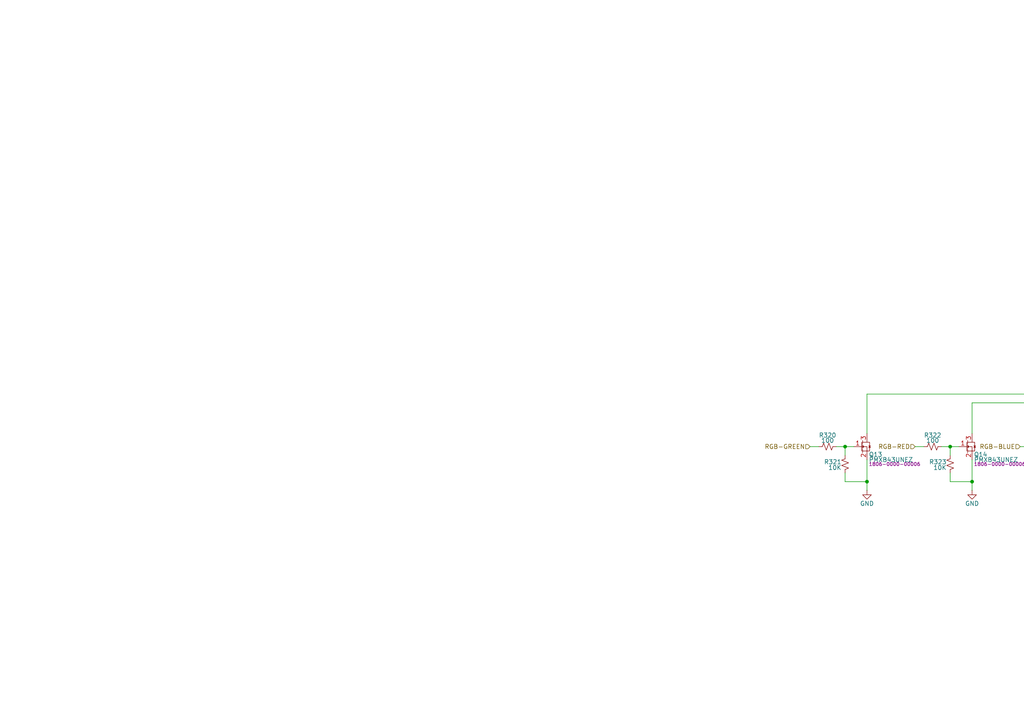
<source format=kicad_sch>
(kicad_sch
	(version 20250114)
	(generator "eeschema")
	(generator_version "9.0")
	(uuid "d7d31d92-9e18-41c2-a02e-017c1159420a")
	(paper "A4")
	(lib_symbols
		(symbol "DX_Connector_JST:B4B-XH-A"
			(pin_names
				(offset 1.016)
				(hide yes)
			)
			(exclude_from_sim no)
			(in_bom yes)
			(on_board yes)
			(property "Reference" "J"
				(at 1.778 3.048 0)
				(effects
					(font
						(size 1.27 1.27)
					)
					(justify left)
				)
			)
			(property "Value" "B4B-XH-AM"
				(at 1.778 1.27 0)
				(effects
					(font
						(size 1.27 1.27)
					)
					(justify left)
				)
			)
			(property "Footprint" "Connector_JST:JST_XH_B4B-XH-A_1x04_P2.50mm_Vertical"
				(at 0 10.414 0)
				(effects
					(font
						(size 1.27 1.27)
					)
					(hide yes)
				)
			)
			(property "Datasheet" "${DATASHEETS}/eXH.pdf"
				(at -0.254 12.954 0)
				(effects
					(font
						(size 1.27 1.27)
					)
					(hide yes)
				)
			)
			(property "Description" "CONN HEADER VERT 4POS 2.5MM"
				(at -0.762 8.636 0)
				(effects
					(font
						(size 1.27 1.27)
					)
					(hide yes)
				)
			)
			(property "PartNumber" "0311-0000-00017"
				(at 1.778 -0.254 0)
				(effects
					(font
						(size 1 1)
					)
					(justify left)
				)
			)
			(property "ki_keywords" "connector jst xh 4pin"
				(at 0 0 0)
				(effects
					(font
						(size 1.27 1.27)
					)
					(hide yes)
				)
			)
			(property "ki_fp_filters" "Connector*:*_1x??_*"
				(at 0 0 0)
				(effects
					(font
						(size 1.27 1.27)
					)
					(hide yes)
				)
			)
			(symbol "B4B-XH-A_1_1"
				(rectangle
					(start -1.27 3.81)
					(end 1.27 -6.35)
					(stroke
						(width 0.254)
						(type default)
					)
					(fill
						(type background)
					)
				)
				(rectangle
					(start -1.27 2.667)
					(end 0 2.413)
					(stroke
						(width 0.1524)
						(type default)
					)
					(fill
						(type none)
					)
				)
				(rectangle
					(start -1.27 0.127)
					(end 0 -0.127)
					(stroke
						(width 0.1524)
						(type default)
					)
					(fill
						(type none)
					)
				)
				(rectangle
					(start -1.27 -2.413)
					(end 0 -2.667)
					(stroke
						(width 0.1524)
						(type default)
					)
					(fill
						(type none)
					)
				)
				(rectangle
					(start -1.27 -4.953)
					(end 0 -5.207)
					(stroke
						(width 0.1524)
						(type default)
					)
					(fill
						(type none)
					)
				)
				(pin passive line
					(at -5.08 2.54 0)
					(length 3.81)
					(name "Pin_1"
						(effects
							(font
								(size 1.27 1.27)
							)
						)
					)
					(number "1"
						(effects
							(font
								(size 1.27 1.27)
							)
						)
					)
				)
				(pin passive line
					(at -5.08 0 0)
					(length 3.81)
					(name "Pin_2"
						(effects
							(font
								(size 1.27 1.27)
							)
						)
					)
					(number "2"
						(effects
							(font
								(size 1.27 1.27)
							)
						)
					)
				)
				(pin passive line
					(at -5.08 -2.54 0)
					(length 3.81)
					(name "Pin_3"
						(effects
							(font
								(size 1.27 1.27)
							)
						)
					)
					(number "3"
						(effects
							(font
								(size 1.27 1.27)
							)
						)
					)
				)
				(pin passive line
					(at -5.08 -5.08 0)
					(length 3.81)
					(name "Pin_4"
						(effects
							(font
								(size 1.27 1.27)
							)
						)
					)
					(number "4"
						(effects
							(font
								(size 1.27 1.27)
							)
						)
					)
				)
			)
			(embedded_fonts no)
		)
		(symbol "DX_Resistor:RC0402JR-07100RL"
			(pin_numbers
				(hide yes)
			)
			(pin_names
				(offset 0.254)
				(hide yes)
			)
			(exclude_from_sim no)
			(in_bom yes)
			(on_board yes)
			(property "Reference" "R"
				(at 1.016 0.635 0)
				(effects
					(font
						(size 1.27 1.27)
					)
					(justify left)
				)
			)
			(property "Value" "100"
				(at 1.016 -1.016 0)
				(effects
					(font
						(size 1.27 1.27)
					)
					(justify left)
				)
			)
			(property "Footprint" "Daxxn_Standard_Resistors:RES_0402"
				(at 0 5.334 0)
				(effects
					(font
						(size 1.27 1.27)
					)
					(hide yes)
				)
			)
			(property "Datasheet" "${DATASHEETS}/RC-Series.pdf"
				(at 0 6.35 0)
				(effects
					(font
						(size 1.27 1.27)
					)
					(hide yes)
				)
			)
			(property "Description" "RES 100 OHM 5% 1/16W 0402"
				(at 0 3.81 0)
				(effects
					(font
						(size 1.27 1.27)
					)
					(hide yes)
				)
			)
			(property "PartNumber" "0204-0000-00011"
				(at 0 7.874 0)
				(effects
					(font
						(size 1.27 1.27)
					)
					(hide yes)
				)
			)
			(property "ki_keywords" "r resistor daxxn"
				(at 0 0 0)
				(effects
					(font
						(size 1.27 1.27)
					)
					(hide yes)
				)
			)
			(property "ki_fp_filters" "R_*"
				(at 0 0 0)
				(effects
					(font
						(size 1.27 1.27)
					)
					(hide yes)
				)
			)
			(symbol "RC0402JR-07100RL_1_1"
				(polyline
					(pts
						(xy 0 1.524) (xy 1.016 1.143) (xy 0 0.762) (xy -1.016 0.381) (xy 0 0)
					)
					(stroke
						(width 0)
						(type default)
					)
					(fill
						(type none)
					)
				)
				(polyline
					(pts
						(xy 0 0) (xy 1.016 -0.381) (xy 0 -0.762) (xy -1.016 -1.143) (xy 0 -1.524)
					)
					(stroke
						(width 0)
						(type default)
					)
					(fill
						(type none)
					)
				)
				(pin passive line
					(at 0 2.54 270)
					(length 1.016)
					(name "~"
						(effects
							(font
								(size 1.27 1.27)
							)
						)
					)
					(number "1"
						(effects
							(font
								(size 1.27 1.27)
							)
						)
					)
				)
				(pin passive line
					(at 0 -2.54 90)
					(length 1.016)
					(name "~"
						(effects
							(font
								(size 1.27 1.27)
							)
						)
					)
					(number "2"
						(effects
							(font
								(size 1.27 1.27)
							)
						)
					)
				)
			)
			(embedded_fonts no)
		)
		(symbol "DX_Resistor:RC0402JR-0710KL"
			(pin_numbers
				(hide yes)
			)
			(pin_names
				(offset 0.254)
				(hide yes)
			)
			(exclude_from_sim no)
			(in_bom yes)
			(on_board yes)
			(property "Reference" "R"
				(at 1.016 0.635 0)
				(effects
					(font
						(size 1.27 1.27)
					)
					(justify left)
				)
			)
			(property "Value" "10K"
				(at 1.016 -1.016 0)
				(effects
					(font
						(size 1.27 1.27)
					)
					(justify left)
				)
			)
			(property "Footprint" "Daxxn_Standard_Resistors:RES_0402"
				(at 0 5.334 0)
				(effects
					(font
						(size 1.27 1.27)
					)
					(hide yes)
				)
			)
			(property "Datasheet" "${DATASHEETS}/RC-Series.pdf"
				(at 0 6.35 0)
				(effects
					(font
						(size 1.27 1.27)
					)
					(hide yes)
				)
			)
			(property "Description" "RES 10K OHM 5% 1/16W 0402"
				(at 0 3.81 0)
				(effects
					(font
						(size 1.27 1.27)
					)
					(hide yes)
				)
			)
			(property "PartNumber" "0204-0000-00016"
				(at 0 8.128 0)
				(effects
					(font
						(size 1.27 1.27)
					)
					(hide yes)
				)
			)
			(property "ki_keywords" "r resistor daxxn"
				(at 0 0 0)
				(effects
					(font
						(size 1.27 1.27)
					)
					(hide yes)
				)
			)
			(property "ki_fp_filters" "R_*"
				(at 0 0 0)
				(effects
					(font
						(size 1.27 1.27)
					)
					(hide yes)
				)
			)
			(symbol "RC0402JR-0710KL_1_1"
				(polyline
					(pts
						(xy 0 1.524) (xy 1.016 1.143) (xy 0 0.762) (xy -1.016 0.381) (xy 0 0)
					)
					(stroke
						(width 0)
						(type default)
					)
					(fill
						(type none)
					)
				)
				(polyline
					(pts
						(xy 0 0) (xy 1.016 -0.381) (xy 0 -0.762) (xy -1.016 -1.143) (xy 0 -1.524)
					)
					(stroke
						(width 0)
						(type default)
					)
					(fill
						(type none)
					)
				)
				(pin passive line
					(at 0 2.54 270)
					(length 1.016)
					(name "~"
						(effects
							(font
								(size 1.27 1.27)
							)
						)
					)
					(number "1"
						(effects
							(font
								(size 1.27 1.27)
							)
						)
					)
				)
				(pin passive line
					(at 0 -2.54 90)
					(length 1.016)
					(name "~"
						(effects
							(font
								(size 1.27 1.27)
							)
						)
					)
					(number "2"
						(effects
							(font
								(size 1.27 1.27)
							)
						)
					)
				)
			)
			(embedded_fonts no)
		)
		(symbol "DX_Transistor_MOSFET:PMXB43UNEZ"
			(exclude_from_sim no)
			(in_bom yes)
			(on_board yes)
			(property "Reference" "Q"
				(at 2.794 1.778 0)
				(effects
					(font
						(size 1.27 1.27)
					)
					(justify left)
				)
			)
			(property "Value" "PMXB43UNEZ"
				(at 2.794 0 0)
				(effects
					(font
						(size 1.27 1.27)
					)
					(justify left)
				)
			)
			(property "Footprint" "Daxxn_Packages:DFN1010D-3"
				(at 1.27 8.382 0)
				(effects
					(font
						(size 1.27 1.27)
					)
					(hide yes)
				)
			)
			(property "Datasheet" "%LOCAL_DATASHEETS%/PMXB43UNE.pdf"
				(at 1.27 5.842 0)
				(effects
					(font
						(size 1.27 1.27)
					)
					(hide yes)
				)
			)
			(property "Description" "N-Channel 20 V 3.2A (Ta) 400mW (Ta), 8.33W (Tc) Surface Mount DFN1010D-3"
				(at 0 7.112 0)
				(effects
					(font
						(size 1.27 1.27)
					)
					(hide yes)
				)
			)
			(property "PartNumber" "1806-0000-00006"
				(at 2.794 -1.524 0)
				(effects
					(font
						(size 1 1)
					)
					(justify left)
				)
			)
			(property "ki_keywords" "n-ch mosfet fet"
				(at 0 0 0)
				(effects
					(font
						(size 1.27 1.27)
					)
					(hide yes)
				)
			)
			(symbol "PMXB43UNEZ_0_0"
				(pin input line
					(at -2.54 0 0)
					(length 2.25)
					(name "G"
						(effects
							(font
								(size 0 0)
							)
						)
					)
					(number "1"
						(effects
							(font
								(size 1.27 1.27)
							)
						)
					)
				)
				(pin bidirectional line
					(at 1.27 3.81 270)
					(length 2.54)
					(name "D"
						(effects
							(font
								(size 0 0)
							)
						)
					)
					(number "3"
						(effects
							(font
								(size 1.27 1.27)
							)
						)
					)
				)
				(pin bidirectional line
					(at 1.27 -3.81 90)
					(length 2.54)
					(name "S"
						(effects
							(font
								(size 0 0)
							)
						)
					)
					(number "2"
						(effects
							(font
								(size 1.27 1.27)
							)
						)
					)
				)
			)
			(symbol "PMXB43UNEZ_0_1"
				(polyline
					(pts
						(xy -0.254 -1.27) (xy -0.254 1.27)
					)
					(stroke
						(width 0)
						(type default)
					)
					(fill
						(type none)
					)
				)
				(polyline
					(pts
						(xy 0 1.778) (xy 0 0.762)
					)
					(stroke
						(width 0)
						(type default)
					)
					(fill
						(type none)
					)
				)
				(polyline
					(pts
						(xy 0 1.27) (xy 1.27 1.27) (xy 1.27 1.27)
					)
					(stroke
						(width 0)
						(type default)
					)
					(fill
						(type none)
					)
				)
				(polyline
					(pts
						(xy 0 0) (xy 0.254 0.254) (xy 0.254 -0.254) (xy 0 0)
					)
					(stroke
						(width 0)
						(type default)
					)
					(fill
						(type none)
					)
				)
				(polyline
					(pts
						(xy 0 -0.508) (xy 0 0.508)
					)
					(stroke
						(width 0)
						(type default)
					)
					(fill
						(type none)
					)
				)
				(polyline
					(pts
						(xy 0 -1.27) (xy 1.27 -1.27) (xy 1.27 -1.27)
					)
					(stroke
						(width 0)
						(type default)
					)
					(fill
						(type none)
					)
				)
				(polyline
					(pts
						(xy 0 -1.778) (xy 0 -0.762)
					)
					(stroke
						(width 0)
						(type default)
					)
					(fill
						(type none)
					)
				)
				(polyline
					(pts
						(xy 1.27 -1.27) (xy 1.27 0) (xy 0 0)
					)
					(stroke
						(width 0)
						(type default)
					)
					(fill
						(type none)
					)
				)
				(polyline
					(pts
						(xy 1.27 -1.27) (xy 2.032 -1.27) (xy 2.032 1.27) (xy 1.27 1.27)
					)
					(stroke
						(width 0)
						(type default)
					)
					(fill
						(type none)
					)
				)
				(polyline
					(pts
						(xy 1.778 0.254) (xy 2.286 0.254)
					)
					(stroke
						(width 0)
						(type default)
					)
					(fill
						(type none)
					)
				)
				(polyline
					(pts
						(xy 2.032 0.254) (xy 1.778 -0.254) (xy 2.286 -0.254) (xy 2.032 0.254)
					)
					(stroke
						(width 0)
						(type default)
					)
					(fill
						(type outline)
					)
				)
			)
			(embedded_fonts no)
		)
		(symbol "power:+12V"
			(power)
			(pin_numbers
				(hide yes)
			)
			(pin_names
				(offset 0)
				(hide yes)
			)
			(exclude_from_sim no)
			(in_bom yes)
			(on_board yes)
			(property "Reference" "#PWR"
				(at 0 -3.81 0)
				(effects
					(font
						(size 1.27 1.27)
					)
					(hide yes)
				)
			)
			(property "Value" "+12V"
				(at 0 3.556 0)
				(effects
					(font
						(size 1.27 1.27)
					)
				)
			)
			(property "Footprint" ""
				(at 0 0 0)
				(effects
					(font
						(size 1.27 1.27)
					)
					(hide yes)
				)
			)
			(property "Datasheet" ""
				(at 0 0 0)
				(effects
					(font
						(size 1.27 1.27)
					)
					(hide yes)
				)
			)
			(property "Description" "Power symbol creates a global label with name \"+12V\""
				(at 0 0 0)
				(effects
					(font
						(size 1.27 1.27)
					)
					(hide yes)
				)
			)
			(property "ki_keywords" "global power"
				(at 0 0 0)
				(effects
					(font
						(size 1.27 1.27)
					)
					(hide yes)
				)
			)
			(symbol "+12V_0_1"
				(polyline
					(pts
						(xy -0.762 1.27) (xy 0 2.54)
					)
					(stroke
						(width 0)
						(type default)
					)
					(fill
						(type none)
					)
				)
				(polyline
					(pts
						(xy 0 2.54) (xy 0.762 1.27)
					)
					(stroke
						(width 0)
						(type default)
					)
					(fill
						(type none)
					)
				)
				(polyline
					(pts
						(xy 0 0) (xy 0 2.54)
					)
					(stroke
						(width 0)
						(type default)
					)
					(fill
						(type none)
					)
				)
			)
			(symbol "+12V_1_1"
				(pin power_in line
					(at 0 0 90)
					(length 0)
					(name "~"
						(effects
							(font
								(size 1.27 1.27)
							)
						)
					)
					(number "1"
						(effects
							(font
								(size 1.27 1.27)
							)
						)
					)
				)
			)
			(embedded_fonts no)
		)
		(symbol "power:GND"
			(power)
			(pin_numbers
				(hide yes)
			)
			(pin_names
				(offset 0)
				(hide yes)
			)
			(exclude_from_sim no)
			(in_bom yes)
			(on_board yes)
			(property "Reference" "#PWR"
				(at 0 -6.35 0)
				(effects
					(font
						(size 1.27 1.27)
					)
					(hide yes)
				)
			)
			(property "Value" "GND"
				(at 0 -3.81 0)
				(effects
					(font
						(size 1.27 1.27)
					)
				)
			)
			(property "Footprint" ""
				(at 0 0 0)
				(effects
					(font
						(size 1.27 1.27)
					)
					(hide yes)
				)
			)
			(property "Datasheet" ""
				(at 0 0 0)
				(effects
					(font
						(size 1.27 1.27)
					)
					(hide yes)
				)
			)
			(property "Description" "Power symbol creates a global label with name \"GND\" , ground"
				(at 0 0 0)
				(effects
					(font
						(size 1.27 1.27)
					)
					(hide yes)
				)
			)
			(property "ki_keywords" "global power"
				(at 0 0 0)
				(effects
					(font
						(size 1.27 1.27)
					)
					(hide yes)
				)
			)
			(symbol "GND_0_1"
				(polyline
					(pts
						(xy 0 0) (xy 0 -1.27) (xy 1.27 -1.27) (xy 0 -2.54) (xy -1.27 -1.27) (xy 0 -1.27)
					)
					(stroke
						(width 0)
						(type default)
					)
					(fill
						(type none)
					)
				)
			)
			(symbol "GND_1_1"
				(pin power_in line
					(at 0 0 270)
					(length 0)
					(name "~"
						(effects
							(font
								(size 1.27 1.27)
							)
						)
					)
					(number "1"
						(effects
							(font
								(size 1.27 1.27)
							)
						)
					)
				)
			)
			(embedded_fonts no)
		)
	)
	(junction
		(at 275.59 129.54)
		(diameter 0)
		(color 0 0 0 0)
		(uuid "1ff6e0a1-d3f2-436f-b2e7-94105c5ef4ec")
	)
	(junction
		(at 306.07 129.54)
		(diameter 0)
		(color 0 0 0 0)
		(uuid "3be41e56-2514-4349-82c1-bcbb6362afb3")
	)
	(junction
		(at 281.94 139.7)
		(diameter 0)
		(color 0 0 0 0)
		(uuid "96697fed-7b84-4580-a03d-40abc28a444e")
	)
	(junction
		(at 251.46 139.7)
		(diameter 0)
		(color 0 0 0 0)
		(uuid "99cf59f1-3df9-4f2c-ba47-4b1f6522dae0")
	)
	(junction
		(at 312.42 139.7)
		(diameter 0)
		(color 0 0 0 0)
		(uuid "bb0f42bb-40d8-4e2e-9fe4-0025f5b582a0")
	)
	(junction
		(at 245.11 129.54)
		(diameter 0)
		(color 0 0 0 0)
		(uuid "ca21646f-aa2a-4f51-a044-9c8bf1e73c05")
	)
	(wire
		(pts
			(xy 245.11 139.7) (xy 251.46 139.7)
		)
		(stroke
			(width 0)
			(type default)
		)
		(uuid "0b96c226-14da-4802-8658-eb5de46a199a")
	)
	(wire
		(pts
			(xy 275.59 137.16) (xy 275.59 139.7)
		)
		(stroke
			(width 0)
			(type default)
		)
		(uuid "166c0f08-ab4c-4b84-b3ec-0526810b24eb")
	)
	(wire
		(pts
			(xy 251.46 139.7) (xy 251.46 142.24)
		)
		(stroke
			(width 0)
			(type default)
		)
		(uuid "19067229-ab09-4ba4-b22b-281b1419e306")
	)
	(wire
		(pts
			(xy 245.11 129.54) (xy 247.65 129.54)
		)
		(stroke
			(width 0)
			(type default)
		)
		(uuid "20ee4fa9-b0aa-46c1-8a5c-71c8e5bf6302")
	)
	(wire
		(pts
			(xy 314.96 109.22) (xy 314.96 111.76)
		)
		(stroke
			(width 0)
			(type default)
		)
		(uuid "21aede7d-cf22-4688-9d90-e530aa63785c")
	)
	(wire
		(pts
			(xy 303.53 129.54) (xy 306.07 129.54)
		)
		(stroke
			(width 0)
			(type default)
		)
		(uuid "23f46d8e-9abc-4dd6-bac7-0f848060fe23")
	)
	(wire
		(pts
			(xy 281.94 125.73) (xy 281.94 116.84)
		)
		(stroke
			(width 0)
			(type default)
		)
		(uuid "44fe8ac3-69b0-415a-a35c-87608ba4aa55")
	)
	(wire
		(pts
			(xy 317.5 114.3) (xy 251.46 114.3)
		)
		(stroke
			(width 0)
			(type default)
		)
		(uuid "460198a4-2dd2-41e8-90ed-8462051bc11a")
	)
	(wire
		(pts
			(xy 306.07 129.54) (xy 308.61 129.54)
		)
		(stroke
			(width 0)
			(type default)
		)
		(uuid "520d5477-fe97-4976-b001-9ccbf303d7ef")
	)
	(wire
		(pts
			(xy 275.59 129.54) (xy 275.59 132.08)
		)
		(stroke
			(width 0)
			(type default)
		)
		(uuid "60032388-51e7-471d-bedc-5b5764f44c0c")
	)
	(wire
		(pts
			(xy 312.42 139.7) (xy 312.42 133.35)
		)
		(stroke
			(width 0)
			(type default)
		)
		(uuid "704b6c77-a924-4ba6-a539-424b0045498c")
	)
	(wire
		(pts
			(xy 245.11 137.16) (xy 245.11 139.7)
		)
		(stroke
			(width 0)
			(type default)
		)
		(uuid "73e986b6-c068-4f5f-95ab-901d7e090f89")
	)
	(wire
		(pts
			(xy 234.95 129.54) (xy 237.49 129.54)
		)
		(stroke
			(width 0)
			(type default)
		)
		(uuid "854aba0d-3b6d-4a7c-8967-9e1b76d8531d")
	)
	(wire
		(pts
			(xy 306.07 139.7) (xy 312.42 139.7)
		)
		(stroke
			(width 0)
			(type default)
		)
		(uuid "8d24f0cb-cee3-4d7f-ba45-cd87b3b32385")
	)
	(wire
		(pts
			(xy 281.94 139.7) (xy 281.94 133.35)
		)
		(stroke
			(width 0)
			(type default)
		)
		(uuid "9c969b0d-3339-429e-a76f-2ec659970ff7")
	)
	(wire
		(pts
			(xy 312.42 139.7) (xy 312.42 142.24)
		)
		(stroke
			(width 0)
			(type default)
		)
		(uuid "a9fab39c-c7b2-43fb-8d59-1c02930fd8ce")
	)
	(wire
		(pts
			(xy 251.46 139.7) (xy 251.46 133.35)
		)
		(stroke
			(width 0)
			(type default)
		)
		(uuid "adec2ee5-a54a-4e38-80ad-ace9bd206de7")
	)
	(wire
		(pts
			(xy 312.42 125.73) (xy 312.42 119.38)
		)
		(stroke
			(width 0)
			(type default)
		)
		(uuid "af468fad-6ce5-4581-bb37-c9dbaacbbe28")
	)
	(wire
		(pts
			(xy 245.11 129.54) (xy 245.11 132.08)
		)
		(stroke
			(width 0)
			(type default)
		)
		(uuid "af5ed1ee-4d7a-4a7a-a352-8e424a7ab85e")
	)
	(wire
		(pts
			(xy 306.07 137.16) (xy 306.07 139.7)
		)
		(stroke
			(width 0)
			(type default)
		)
		(uuid "b47f7e8c-c3d9-4a19-81f7-d34f24cc39b5")
	)
	(wire
		(pts
			(xy 251.46 114.3) (xy 251.46 125.73)
		)
		(stroke
			(width 0)
			(type default)
		)
		(uuid "b7b28bf3-b91c-4898-b1fa-94fe36c27ad3")
	)
	(wire
		(pts
			(xy 317.5 111.76) (xy 314.96 111.76)
		)
		(stroke
			(width 0)
			(type default)
		)
		(uuid "b7f73f9b-8ae7-40c9-a093-319300f68631")
	)
	(wire
		(pts
			(xy 312.42 119.38) (xy 317.5 119.38)
		)
		(stroke
			(width 0)
			(type default)
		)
		(uuid "baef1b5e-9ea5-436d-9f6b-6f4542d8c694")
	)
	(wire
		(pts
			(xy 265.43 129.54) (xy 267.97 129.54)
		)
		(stroke
			(width 0)
			(type default)
		)
		(uuid "bb9f5aa1-2f4e-4cc7-9e22-a158b8f2c78b")
	)
	(wire
		(pts
			(xy 306.07 129.54) (xy 306.07 132.08)
		)
		(stroke
			(width 0)
			(type default)
		)
		(uuid "d0db85aa-becf-409a-ae7f-f4416f2d1212")
	)
	(wire
		(pts
			(xy 273.05 129.54) (xy 275.59 129.54)
		)
		(stroke
			(width 0)
			(type default)
		)
		(uuid "ec8ca55f-a6aa-4e72-8b75-38b7167dd5ee")
	)
	(wire
		(pts
			(xy 281.94 139.7) (xy 281.94 142.24)
		)
		(stroke
			(width 0)
			(type default)
		)
		(uuid "efcebbb2-4ed5-442e-a812-8f4255d67124")
	)
	(wire
		(pts
			(xy 275.59 139.7) (xy 281.94 139.7)
		)
		(stroke
			(width 0)
			(type default)
		)
		(uuid "f6170f58-8f6b-42b3-b1d0-00925328ca3c")
	)
	(wire
		(pts
			(xy 242.57 129.54) (xy 245.11 129.54)
		)
		(stroke
			(width 0)
			(type default)
		)
		(uuid "f66b8a9c-ac9e-4660-8509-4ffcfd61379b")
	)
	(wire
		(pts
			(xy 281.94 116.84) (xy 317.5 116.84)
		)
		(stroke
			(width 0)
			(type default)
		)
		(uuid "fc75c11e-2ab0-4ea2-858c-b4c016387c0f")
	)
	(wire
		(pts
			(xy 295.91 129.54) (xy 298.45 129.54)
		)
		(stroke
			(width 0)
			(type default)
		)
		(uuid "fd19eff0-6b26-414e-816f-f72e445be4b3")
	)
	(wire
		(pts
			(xy 275.59 129.54) (xy 278.13 129.54)
		)
		(stroke
			(width 0)
			(type default)
		)
		(uuid "fed16901-576b-4d9f-863e-db10094c6bee")
	)
	(hierarchical_label "RGB-GREEN"
		(shape input)
		(at 234.95 129.54 180)
		(effects
			(font
				(size 1.27 1.27)
			)
			(justify right)
		)
		(uuid "50562028-d75c-4cbf-bb41-f9b66fc8b3ed")
	)
	(hierarchical_label "RGB-BLUE"
		(shape input)
		(at 295.91 129.54 180)
		(effects
			(font
				(size 1.27 1.27)
			)
			(justify right)
		)
		(uuid "5f8872b0-0a50-4ee2-9d48-fba5d69d30e3")
	)
	(hierarchical_label "RGB-RED"
		(shape input)
		(at 265.43 129.54 180)
		(effects
			(font
				(size 1.27 1.27)
			)
			(justify right)
		)
		(uuid "d2365eac-4adb-49ec-a3b1-27fb7516f4b2")
	)
	(symbol
		(lib_id "power:GND")
		(at 251.46 142.24 0)
		(unit 1)
		(exclude_from_sim no)
		(in_bom yes)
		(on_board yes)
		(dnp no)
		(uuid "1191265f-904a-4e0e-bc79-649633e79358")
		(property "Reference" "#PWR0489"
			(at 251.46 148.59 0)
			(effects
				(font
					(size 1.27 1.27)
				)
				(hide yes)
			)
		)
		(property "Value" "GND"
			(at 251.46 146.05 0)
			(effects
				(font
					(size 1.27 1.27)
				)
			)
		)
		(property "Footprint" ""
			(at 251.46 142.24 0)
			(effects
				(font
					(size 1.27 1.27)
				)
				(hide yes)
			)
		)
		(property "Datasheet" ""
			(at 251.46 142.24 0)
			(effects
				(font
					(size 1.27 1.27)
				)
				(hide yes)
			)
		)
		(property "Description" "Power symbol creates a global label with name \"GND\" , ground"
			(at 251.46 142.24 0)
			(effects
				(font
					(size 1.27 1.27)
				)
				(hide yes)
			)
		)
		(pin "1"
			(uuid "362ebd45-4873-42f7-9897-5804adbe930e")
		)
		(instances
			(project "BenchyMotherBoard-AM625"
				(path "/7184a1e6-58da-49c8-8a6c-ea31385ec956/8494b7c1-cb3d-49c1-ba37-1630d97ce06f/c34e03cb-6a53-459c-8c65-777dd422b703"
					(reference "#PWR0489")
					(unit 1)
				)
			)
		)
	)
	(symbol
		(lib_id "DX_Resistor:RC0402JR-07100RL")
		(at 240.03 129.54 90)
		(unit 1)
		(exclude_from_sim no)
		(in_bom yes)
		(on_board yes)
		(dnp no)
		(uuid "2cae50da-825f-4a70-a8ef-a35b1f69eb0f")
		(property "Reference" "R320"
			(at 240.03 126.238 90)
			(effects
				(font
					(size 1.27 1.27)
				)
			)
		)
		(property "Value" "100"
			(at 240.03 127.762 90)
			(effects
				(font
					(size 1.27 1.27)
				)
			)
		)
		(property "Footprint" "Daxxn_Standard_Resistors:RES_0402"
			(at 234.696 129.54 0)
			(effects
				(font
					(size 1.27 1.27)
				)
				(hide yes)
			)
		)
		(property "Datasheet" "${DATASHEETS}/RC-Series.pdf"
			(at 233.68 129.54 0)
			(effects
				(font
					(size 1.27 1.27)
				)
				(hide yes)
			)
		)
		(property "Description" "RES 100 OHM 5% 1/16W 0402"
			(at 236.22 129.54 0)
			(effects
				(font
					(size 1.27 1.27)
				)
				(hide yes)
			)
		)
		(property "PartNumber" "0204-0000-00011"
			(at 232.156 129.54 0)
			(effects
				(font
					(size 1.27 1.27)
				)
				(hide yes)
			)
		)
		(pin "2"
			(uuid "f3b6ac5e-3e33-4aa0-82cd-b3aa146f31d9")
		)
		(pin "1"
			(uuid "99a45b98-8ed5-40ec-8805-1aae5de95764")
		)
		(instances
			(project "BenchyMotherBoard-AM625"
				(path "/7184a1e6-58da-49c8-8a6c-ea31385ec956/8494b7c1-cb3d-49c1-ba37-1630d97ce06f/c34e03cb-6a53-459c-8c65-777dd422b703"
					(reference "R320")
					(unit 1)
				)
			)
		)
	)
	(symbol
		(lib_id "DX_Transistor_MOSFET:PMXB43UNEZ")
		(at 280.67 129.54 0)
		(unit 1)
		(exclude_from_sim no)
		(in_bom yes)
		(on_board yes)
		(dnp no)
		(uuid "4a0adf49-075d-49d8-84c2-7e05b2ca3d73")
		(property "Reference" "Q14"
			(at 282.448 131.826 0)
			(effects
				(font
					(size 1.27 1.27)
				)
				(justify left)
			)
		)
		(property "Value" "PMXB43UNEZ"
			(at 282.448 133.35 0)
			(effects
				(font
					(size 1.27 1.27)
				)
				(justify left)
			)
		)
		(property "Footprint" "Daxxn_Packages:DFN1010D-3"
			(at 281.94 121.158 0)
			(effects
				(font
					(size 1.27 1.27)
				)
				(hide yes)
			)
		)
		(property "Datasheet" "%LOCAL_DATASHEETS%/PMXB43UNE.pdf"
			(at 281.94 123.698 0)
			(effects
				(font
					(size 1.27 1.27)
				)
				(hide yes)
			)
		)
		(property "Description" "N-Channel 20 V 3.2A (Ta) 400mW (Ta), 8.33W (Tc) Surface Mount DFN1010D-3"
			(at 280.67 122.428 0)
			(effects
				(font
					(size 1.27 1.27)
				)
				(hide yes)
			)
		)
		(property "PartNumber" "1806-0000-00006"
			(at 282.448 134.62 0)
			(effects
				(font
					(size 1 1)
				)
				(justify left)
			)
		)
		(pin "3"
			(uuid "409f8bfb-7048-456a-b6ef-a92d02e76516")
		)
		(pin "1"
			(uuid "10ad7926-a580-49e8-8fbb-8d79dddb776f")
		)
		(pin "2"
			(uuid "050d6a09-f3f0-41cb-ae38-3c876cb93d4a")
		)
		(instances
			(project "BenchyMotherBoard-AM625"
				(path "/7184a1e6-58da-49c8-8a6c-ea31385ec956/8494b7c1-cb3d-49c1-ba37-1630d97ce06f/c34e03cb-6a53-459c-8c65-777dd422b703"
					(reference "Q14")
					(unit 1)
				)
			)
		)
	)
	(symbol
		(lib_id "DX_Transistor_MOSFET:PMXB43UNEZ")
		(at 311.15 129.54 0)
		(unit 1)
		(exclude_from_sim no)
		(in_bom yes)
		(on_board yes)
		(dnp no)
		(uuid "63535092-9ad6-4477-bc59-93158329924c")
		(property "Reference" "Q15"
			(at 312.928 131.826 0)
			(effects
				(font
					(size 1.27 1.27)
				)
				(justify left)
			)
		)
		(property "Value" "PMXB43UNEZ"
			(at 312.928 133.35 0)
			(effects
				(font
					(size 1.27 1.27)
				)
				(justify left)
			)
		)
		(property "Footprint" "Daxxn_Packages:DFN1010D-3"
			(at 312.42 121.158 0)
			(effects
				(font
					(size 1.27 1.27)
				)
				(hide yes)
			)
		)
		(property "Datasheet" "%LOCAL_DATASHEETS%/PMXB43UNE.pdf"
			(at 312.42 123.698 0)
			(effects
				(font
					(size 1.27 1.27)
				)
				(hide yes)
			)
		)
		(property "Description" "N-Channel 20 V 3.2A (Ta) 400mW (Ta), 8.33W (Tc) Surface Mount DFN1010D-3"
			(at 311.15 122.428 0)
			(effects
				(font
					(size 1.27 1.27)
				)
				(hide yes)
			)
		)
		(property "PartNumber" "1806-0000-00006"
			(at 312.928 134.62 0)
			(effects
				(font
					(size 1 1)
				)
				(justify left)
			)
		)
		(pin "3"
			(uuid "ee181c5e-20c4-4f5d-833c-9343c897d976")
		)
		(pin "1"
			(uuid "02bfb68a-83cb-4df6-8d3d-d992cfd402f0")
		)
		(pin "2"
			(uuid "1f9a0bde-2679-469c-baab-da3dc3077a43")
		)
		(instances
			(project "BenchyMotherBoard-AM625"
				(path "/7184a1e6-58da-49c8-8a6c-ea31385ec956/8494b7c1-cb3d-49c1-ba37-1630d97ce06f/c34e03cb-6a53-459c-8c65-777dd422b703"
					(reference "Q15")
					(unit 1)
				)
			)
		)
	)
	(symbol
		(lib_id "DX_Connector_JST:B4B-XH-A")
		(at 322.58 114.3 0)
		(unit 1)
		(exclude_from_sim no)
		(in_bom yes)
		(on_board yes)
		(dnp no)
		(uuid "7e91606e-c655-4973-97b4-40057b79d75b")
		(property "Reference" "J22"
			(at 324.358 111.252 0)
			(effects
				(font
					(size 1.27 1.27)
				)
				(justify left)
			)
		)
		(property "Value" "B4B-XH-AM"
			(at 324.358 113.03 0)
			(effects
				(font
					(size 1.27 1.27)
				)
				(justify left)
			)
		)
		(property "Footprint" "Connector_JST:JST_XH_B4B-XH-A_1x04_P2.50mm_Vertical"
			(at 322.58 103.886 0)
			(effects
				(font
					(size 1.27 1.27)
				)
				(hide yes)
			)
		)
		(property "Datasheet" "${DATASHEETS}/eXH.pdf"
			(at 322.326 101.346 0)
			(effects
				(font
					(size 1.27 1.27)
				)
				(hide yes)
			)
		)
		(property "Description" "CONN HEADER VERT 4POS 2.5MM"
			(at 321.818 105.664 0)
			(effects
				(font
					(size 1.27 1.27)
				)
				(hide yes)
			)
		)
		(property "PartNumber" "0311-0000-00017"
			(at 324.358 114.554 0)
			(effects
				(font
					(size 1 1)
				)
				(justify left)
			)
		)
		(pin "1"
			(uuid "c5cb0b2e-179f-47e5-99e5-2d6d5fdd883d")
		)
		(pin "2"
			(uuid "8794d13d-034f-4fd8-b0e0-014eb1c20200")
		)
		(pin "4"
			(uuid "1834ff58-8a07-4026-80a6-e3d91787dbf3")
		)
		(pin "3"
			(uuid "6bf98f49-ff2d-4e09-bc80-94e69cc7fc45")
		)
		(instances
			(project ""
				(path "/7184a1e6-58da-49c8-8a6c-ea31385ec956/8494b7c1-cb3d-49c1-ba37-1630d97ce06f"
					(reference "J22")
					(unit 1)
				)
				(path "/7184a1e6-58da-49c8-8a6c-ea31385ec956/8494b7c1-cb3d-49c1-ba37-1630d97ce06f/c34e03cb-6a53-459c-8c65-777dd422b703"
					(reference "J22")
					(unit 1)
				)
			)
		)
	)
	(symbol
		(lib_id "DX_Resistor:RC0402JR-07100RL")
		(at 300.99 129.54 90)
		(unit 1)
		(exclude_from_sim no)
		(in_bom yes)
		(on_board yes)
		(dnp no)
		(uuid "8fe22675-c6ac-4644-91fd-5795bf5d4ba3")
		(property "Reference" "R324"
			(at 300.99 126.238 90)
			(effects
				(font
					(size 1.27 1.27)
				)
			)
		)
		(property "Value" "100"
			(at 300.99 127.762 90)
			(effects
				(font
					(size 1.27 1.27)
				)
			)
		)
		(property "Footprint" "Daxxn_Standard_Resistors:RES_0402"
			(at 295.656 129.54 0)
			(effects
				(font
					(size 1.27 1.27)
				)
				(hide yes)
			)
		)
		(property "Datasheet" "${DATASHEETS}/RC-Series.pdf"
			(at 294.64 129.54 0)
			(effects
				(font
					(size 1.27 1.27)
				)
				(hide yes)
			)
		)
		(property "Description" "RES 100 OHM 5% 1/16W 0402"
			(at 297.18 129.54 0)
			(effects
				(font
					(size 1.27 1.27)
				)
				(hide yes)
			)
		)
		(property "PartNumber" "0204-0000-00011"
			(at 293.116 129.54 0)
			(effects
				(font
					(size 1.27 1.27)
				)
				(hide yes)
			)
		)
		(pin "2"
			(uuid "209cf30c-0731-4038-adb7-e82eb6cedda6")
		)
		(pin "1"
			(uuid "5dc3c8ea-dfa5-4a57-90ce-2e3e679586e8")
		)
		(instances
			(project "BenchyMotherBoard-AM625"
				(path "/7184a1e6-58da-49c8-8a6c-ea31385ec956/8494b7c1-cb3d-49c1-ba37-1630d97ce06f/c34e03cb-6a53-459c-8c65-777dd422b703"
					(reference "R324")
					(unit 1)
				)
			)
		)
	)
	(symbol
		(lib_id "DX_Resistor:RC0402JR-07100RL")
		(at 270.51 129.54 90)
		(unit 1)
		(exclude_from_sim no)
		(in_bom yes)
		(on_board yes)
		(dnp no)
		(uuid "94af70bc-ce34-4be2-b6df-78dc9cbd755d")
		(property "Reference" "R322"
			(at 270.51 126.238 90)
			(effects
				(font
					(size 1.27 1.27)
				)
			)
		)
		(property "Value" "100"
			(at 270.51 127.762 90)
			(effects
				(font
					(size 1.27 1.27)
				)
			)
		)
		(property "Footprint" "Daxxn_Standard_Resistors:RES_0402"
			(at 265.176 129.54 0)
			(effects
				(font
					(size 1.27 1.27)
				)
				(hide yes)
			)
		)
		(property "Datasheet" "${DATASHEETS}/RC-Series.pdf"
			(at 264.16 129.54 0)
			(effects
				(font
					(size 1.27 1.27)
				)
				(hide yes)
			)
		)
		(property "Description" "RES 100 OHM 5% 1/16W 0402"
			(at 266.7 129.54 0)
			(effects
				(font
					(size 1.27 1.27)
				)
				(hide yes)
			)
		)
		(property "PartNumber" "0204-0000-00011"
			(at 262.636 129.54 0)
			(effects
				(font
					(size 1.27 1.27)
				)
				(hide yes)
			)
		)
		(pin "2"
			(uuid "6f7c6529-007e-4d01-92f0-b17709bdcb9a")
		)
		(pin "1"
			(uuid "704e660e-3ff5-4c4c-8648-0acda8eb433b")
		)
		(instances
			(project "BenchyMotherBoard-AM625"
				(path "/7184a1e6-58da-49c8-8a6c-ea31385ec956/8494b7c1-cb3d-49c1-ba37-1630d97ce06f/c34e03cb-6a53-459c-8c65-777dd422b703"
					(reference "R322")
					(unit 1)
				)
			)
		)
	)
	(symbol
		(lib_id "power:+12V")
		(at 314.96 109.22 0)
		(unit 1)
		(exclude_from_sim no)
		(in_bom yes)
		(on_board yes)
		(dnp no)
		(uuid "95bcd523-b1a4-4549-ae7e-3c299e4b2377")
		(property "Reference" "#PWR0483"
			(at 314.96 113.03 0)
			(effects
				(font
					(size 1.27 1.27)
				)
				(hide yes)
			)
		)
		(property "Value" "+12V"
			(at 314.96 105.664 0)
			(effects
				(font
					(size 1.27 1.27)
				)
			)
		)
		(property "Footprint" ""
			(at 314.96 109.22 0)
			(effects
				(font
					(size 1.27 1.27)
				)
				(hide yes)
			)
		)
		(property "Datasheet" ""
			(at 314.96 109.22 0)
			(effects
				(font
					(size 1.27 1.27)
				)
				(hide yes)
			)
		)
		(property "Description" "Power symbol creates a global label with name \"+12V\""
			(at 314.96 109.22 0)
			(effects
				(font
					(size 1.27 1.27)
				)
				(hide yes)
			)
		)
		(pin "1"
			(uuid "33f3beb4-2d30-40a4-b497-641edb1106de")
		)
		(instances
			(project "BenchyMotherBoard-AM625"
				(path "/7184a1e6-58da-49c8-8a6c-ea31385ec956/8494b7c1-cb3d-49c1-ba37-1630d97ce06f/c34e03cb-6a53-459c-8c65-777dd422b703"
					(reference "#PWR0483")
					(unit 1)
				)
			)
		)
	)
	(symbol
		(lib_id "DX_Resistor:RC0402JR-0710KL")
		(at 306.07 134.62 0)
		(mirror y)
		(unit 1)
		(exclude_from_sim no)
		(in_bom yes)
		(on_board yes)
		(dnp no)
		(uuid "a4863b10-f7a3-45f3-b77a-376bda544260")
		(property "Reference" "R325"
			(at 305.054 133.985 0)
			(effects
				(font
					(size 1.27 1.27)
				)
				(justify left)
			)
		)
		(property "Value" "10K"
			(at 305.054 135.636 0)
			(effects
				(font
					(size 1.27 1.27)
				)
				(justify left)
			)
		)
		(property "Footprint" "Daxxn_Standard_Resistors:RES_0402"
			(at 306.07 129.286 0)
			(effects
				(font
					(size 1.27 1.27)
				)
				(hide yes)
			)
		)
		(property "Datasheet" "${DATASHEETS}/RC-Series.pdf"
			(at 306.07 128.27 0)
			(effects
				(font
					(size 1.27 1.27)
				)
				(hide yes)
			)
		)
		(property "Description" "RES 10K OHM 5% 1/16W 0402"
			(at 306.07 130.81 0)
			(effects
				(font
					(size 1.27 1.27)
				)
				(hide yes)
			)
		)
		(property "PartNumber" "0204-0000-00016"
			(at 306.07 126.492 0)
			(effects
				(font
					(size 1.27 1.27)
				)
				(hide yes)
			)
		)
		(pin "2"
			(uuid "bc2cd0a6-9008-44dd-8528-7474f6f18bfc")
		)
		(pin "1"
			(uuid "bb99aede-94c7-4a7d-9dd9-7142b5690520")
		)
		(instances
			(project "BenchyMotherBoard-AM625"
				(path "/7184a1e6-58da-49c8-8a6c-ea31385ec956/8494b7c1-cb3d-49c1-ba37-1630d97ce06f/c34e03cb-6a53-459c-8c65-777dd422b703"
					(reference "R325")
					(unit 1)
				)
			)
		)
	)
	(symbol
		(lib_id "power:GND")
		(at 281.94 142.24 0)
		(unit 1)
		(exclude_from_sim no)
		(in_bom yes)
		(on_board yes)
		(dnp no)
		(uuid "a6218f5e-b8ab-4b34-8e87-9ad5b0ee6bd9")
		(property "Reference" "#PWR0490"
			(at 281.94 148.59 0)
			(effects
				(font
					(size 1.27 1.27)
				)
				(hide yes)
			)
		)
		(property "Value" "GND"
			(at 281.94 146.05 0)
			(effects
				(font
					(size 1.27 1.27)
				)
			)
		)
		(property "Footprint" ""
			(at 281.94 142.24 0)
			(effects
				(font
					(size 1.27 1.27)
				)
				(hide yes)
			)
		)
		(property "Datasheet" ""
			(at 281.94 142.24 0)
			(effects
				(font
					(size 1.27 1.27)
				)
				(hide yes)
			)
		)
		(property "Description" "Power symbol creates a global label with name \"GND\" , ground"
			(at 281.94 142.24 0)
			(effects
				(font
					(size 1.27 1.27)
				)
				(hide yes)
			)
		)
		(pin "1"
			(uuid "da94597b-1cb9-4a8e-80b4-eb4ce09dfd4f")
		)
		(instances
			(project "BenchyMotherBoard-AM625"
				(path "/7184a1e6-58da-49c8-8a6c-ea31385ec956/8494b7c1-cb3d-49c1-ba37-1630d97ce06f/c34e03cb-6a53-459c-8c65-777dd422b703"
					(reference "#PWR0490")
					(unit 1)
				)
			)
		)
	)
	(symbol
		(lib_id "DX_Transistor_MOSFET:PMXB43UNEZ")
		(at 250.19 129.54 0)
		(unit 1)
		(exclude_from_sim no)
		(in_bom yes)
		(on_board yes)
		(dnp no)
		(uuid "c44d4983-a8f5-48b5-a4fd-0cad7b713386")
		(property "Reference" "Q13"
			(at 251.968 131.826 0)
			(effects
				(font
					(size 1.27 1.27)
				)
				(justify left)
			)
		)
		(property "Value" "PMXB43UNEZ"
			(at 251.968 133.35 0)
			(effects
				(font
					(size 1.27 1.27)
				)
				(justify left)
			)
		)
		(property "Footprint" "Daxxn_Packages:DFN1010D-3"
			(at 251.46 121.158 0)
			(effects
				(font
					(size 1.27 1.27)
				)
				(hide yes)
			)
		)
		(property "Datasheet" "%LOCAL_DATASHEETS%/PMXB43UNE.pdf"
			(at 251.46 123.698 0)
			(effects
				(font
					(size 1.27 1.27)
				)
				(hide yes)
			)
		)
		(property "Description" "N-Channel 20 V 3.2A (Ta) 400mW (Ta), 8.33W (Tc) Surface Mount DFN1010D-3"
			(at 250.19 122.428 0)
			(effects
				(font
					(size 1.27 1.27)
				)
				(hide yes)
			)
		)
		(property "PartNumber" "1806-0000-00006"
			(at 251.968 134.62 0)
			(effects
				(font
					(size 1 1)
				)
				(justify left)
			)
		)
		(pin "3"
			(uuid "86667df7-cfff-4c16-9da9-b1f1d340d2b0")
		)
		(pin "1"
			(uuid "c45bf196-4083-460c-8720-8b1622d97e00")
		)
		(pin "2"
			(uuid "55d1740c-1d9c-45f7-9b5a-06293bdb308e")
		)
		(instances
			(project "BenchyMotherBoard-AM625"
				(path "/7184a1e6-58da-49c8-8a6c-ea31385ec956/8494b7c1-cb3d-49c1-ba37-1630d97ce06f/c34e03cb-6a53-459c-8c65-777dd422b703"
					(reference "Q13")
					(unit 1)
				)
			)
		)
	)
	(symbol
		(lib_id "power:GND")
		(at 312.42 142.24 0)
		(unit 1)
		(exclude_from_sim no)
		(in_bom yes)
		(on_board yes)
		(dnp no)
		(uuid "de9078c5-5a49-403b-89ba-779b0960f0dd")
		(property "Reference" "#PWR0491"
			(at 312.42 148.59 0)
			(effects
				(font
					(size 1.27 1.27)
				)
				(hide yes)
			)
		)
		(property "Value" "GND"
			(at 312.42 146.05 0)
			(effects
				(font
					(size 1.27 1.27)
				)
			)
		)
		(property "Footprint" ""
			(at 312.42 142.24 0)
			(effects
				(font
					(size 1.27 1.27)
				)
				(hide yes)
			)
		)
		(property "Datasheet" ""
			(at 312.42 142.24 0)
			(effects
				(font
					(size 1.27 1.27)
				)
				(hide yes)
			)
		)
		(property "Description" "Power symbol creates a global label with name \"GND\" , ground"
			(at 312.42 142.24 0)
			(effects
				(font
					(size 1.27 1.27)
				)
				(hide yes)
			)
		)
		(pin "1"
			(uuid "171c399f-4d3f-4df6-bad7-fc90cd1cf63c")
		)
		(instances
			(project "BenchyMotherBoard-AM625"
				(path "/7184a1e6-58da-49c8-8a6c-ea31385ec956/8494b7c1-cb3d-49c1-ba37-1630d97ce06f/c34e03cb-6a53-459c-8c65-777dd422b703"
					(reference "#PWR0491")
					(unit 1)
				)
			)
		)
	)
	(symbol
		(lib_id "DX_Resistor:RC0402JR-0710KL")
		(at 275.59 134.62 0)
		(mirror y)
		(unit 1)
		(exclude_from_sim no)
		(in_bom yes)
		(on_board yes)
		(dnp no)
		(uuid "e4572edc-a08f-4815-991e-a581ad7cf5b4")
		(property "Reference" "R323"
			(at 274.574 133.985 0)
			(effects
				(font
					(size 1.27 1.27)
				)
				(justify left)
			)
		)
		(property "Value" "10K"
			(at 274.574 135.636 0)
			(effects
				(font
					(size 1.27 1.27)
				)
				(justify left)
			)
		)
		(property "Footprint" "Daxxn_Standard_Resistors:RES_0402"
			(at 275.59 129.286 0)
			(effects
				(font
					(size 1.27 1.27)
				)
				(hide yes)
			)
		)
		(property "Datasheet" "${DATASHEETS}/RC-Series.pdf"
			(at 275.59 128.27 0)
			(effects
				(font
					(size 1.27 1.27)
				)
				(hide yes)
			)
		)
		(property "Description" "RES 10K OHM 5% 1/16W 0402"
			(at 275.59 130.81 0)
			(effects
				(font
					(size 1.27 1.27)
				)
				(hide yes)
			)
		)
		(property "PartNumber" "0204-0000-00016"
			(at 275.59 126.492 0)
			(effects
				(font
					(size 1.27 1.27)
				)
				(hide yes)
			)
		)
		(pin "2"
			(uuid "0ebfd79c-9a12-4855-bb33-91568399f272")
		)
		(pin "1"
			(uuid "209c255f-355c-46e4-85dd-7c46863e85c6")
		)
		(instances
			(project "BenchyMotherBoard-AM625"
				(path "/7184a1e6-58da-49c8-8a6c-ea31385ec956/8494b7c1-cb3d-49c1-ba37-1630d97ce06f/c34e03cb-6a53-459c-8c65-777dd422b703"
					(reference "R323")
					(unit 1)
				)
			)
		)
	)
	(symbol
		(lib_id "DX_Resistor:RC0402JR-0710KL")
		(at 245.11 134.62 0)
		(mirror y)
		(unit 1)
		(exclude_from_sim no)
		(in_bom yes)
		(on_board yes)
		(dnp no)
		(uuid "f0c4cd7c-82fb-4d14-9188-df82b26d649b")
		(property "Reference" "R321"
			(at 244.094 133.985 0)
			(effects
				(font
					(size 1.27 1.27)
				)
				(justify left)
			)
		)
		(property "Value" "10K"
			(at 244.094 135.636 0)
			(effects
				(font
					(size 1.27 1.27)
				)
				(justify left)
			)
		)
		(property "Footprint" "Daxxn_Standard_Resistors:RES_0402"
			(at 245.11 129.286 0)
			(effects
				(font
					(size 1.27 1.27)
				)
				(hide yes)
			)
		)
		(property "Datasheet" "${DATASHEETS}/RC-Series.pdf"
			(at 245.11 128.27 0)
			(effects
				(font
					(size 1.27 1.27)
				)
				(hide yes)
			)
		)
		(property "Description" "RES 10K OHM 5% 1/16W 0402"
			(at 245.11 130.81 0)
			(effects
				(font
					(size 1.27 1.27)
				)
				(hide yes)
			)
		)
		(property "PartNumber" "0204-0000-00016"
			(at 245.11 126.492 0)
			(effects
				(font
					(size 1.27 1.27)
				)
				(hide yes)
			)
		)
		(pin "2"
			(uuid "cbbc9ddc-9e41-43ca-ab9f-c54735492325")
		)
		(pin "1"
			(uuid "c8c4f4dc-b772-40ba-9556-2ab59a8493d6")
		)
		(instances
			(project "BenchyMotherBoard-AM625"
				(path "/7184a1e6-58da-49c8-8a6c-ea31385ec956/8494b7c1-cb3d-49c1-ba37-1630d97ce06f/c34e03cb-6a53-459c-8c65-777dd422b703"
					(reference "R321")
					(unit 1)
				)
			)
		)
	)
)

</source>
